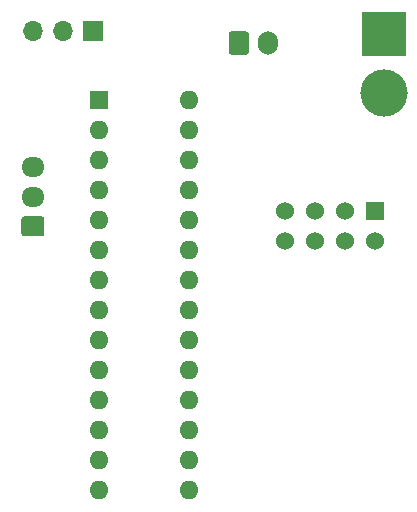
<source format=gbr>
G04 #@! TF.GenerationSoftware,KiCad,Pcbnew,5.1.6-c6e7f7d~87~ubuntu20.04.1*
G04 #@! TF.CreationDate,2020-11-08T20:48:53+01:00*
G04 #@! TF.ProjectId,soil_humidity_module,736f696c-5f68-4756-9d69-646974795f6d,rev?*
G04 #@! TF.SameCoordinates,Original*
G04 #@! TF.FileFunction,Soldermask,Bot*
G04 #@! TF.FilePolarity,Negative*
%FSLAX46Y46*%
G04 Gerber Fmt 4.6, Leading zero omitted, Abs format (unit mm)*
G04 Created by KiCad (PCBNEW 5.1.6-c6e7f7d~87~ubuntu20.04.1) date 2020-11-08 20:48:53*
%MOMM*%
%LPD*%
G01*
G04 APERTURE LIST*
%ADD10C,1.524000*%
%ADD11R,1.524000X1.524000*%
%ADD12O,1.700000X2.000000*%
%ADD13O,1.950000X1.700000*%
%ADD14R,3.800000X3.800000*%
%ADD15C,4.000000*%
%ADD16R,1.700000X1.700000*%
%ADD17O,1.700000X1.700000*%
%ADD18R,1.600000X1.600000*%
%ADD19O,1.600000X1.600000*%
G04 APERTURE END LIST*
D10*
X161544000Y-105156000D03*
X161544000Y-102616000D03*
X164084000Y-105156000D03*
X164084000Y-102616000D03*
X166624000Y-105156000D03*
X166624000Y-102616000D03*
X169164000Y-105156000D03*
D11*
X169164000Y-102616000D03*
D12*
X160132400Y-88366600D03*
G36*
G01*
X156782400Y-89116600D02*
X156782400Y-87616600D01*
G75*
G02*
X157032400Y-87366600I250000J0D01*
G01*
X158232400Y-87366600D01*
G75*
G02*
X158482400Y-87616600I0J-250000D01*
G01*
X158482400Y-89116600D01*
G75*
G02*
X158232400Y-89366600I-250000J0D01*
G01*
X157032400Y-89366600D01*
G75*
G02*
X156782400Y-89116600I0J250000D01*
G01*
G37*
D13*
X140208000Y-98886000D03*
X140208000Y-101386000D03*
G36*
G01*
X140933000Y-104736000D02*
X139483000Y-104736000D01*
G75*
G02*
X139233000Y-104486000I0J250000D01*
G01*
X139233000Y-103286000D01*
G75*
G02*
X139483000Y-103036000I250000J0D01*
G01*
X140933000Y-103036000D01*
G75*
G02*
X141183000Y-103286000I0J-250000D01*
G01*
X141183000Y-104486000D01*
G75*
G02*
X140933000Y-104736000I-250000J0D01*
G01*
G37*
D14*
X169926000Y-87630000D03*
D15*
X169926000Y-92630000D03*
D16*
X145288000Y-87376000D03*
D17*
X142748000Y-87376000D03*
X140208000Y-87376000D03*
D18*
X145796000Y-93218000D03*
D19*
X153416000Y-126238000D03*
X145796000Y-95758000D03*
X153416000Y-123698000D03*
X145796000Y-98298000D03*
X153416000Y-121158000D03*
X145796000Y-100838000D03*
X153416000Y-118618000D03*
X145796000Y-103378000D03*
X153416000Y-116078000D03*
X145796000Y-105918000D03*
X153416000Y-113538000D03*
X145796000Y-108458000D03*
X153416000Y-110998000D03*
X145796000Y-110998000D03*
X153416000Y-108458000D03*
X145796000Y-113538000D03*
X153416000Y-105918000D03*
X145796000Y-116078000D03*
X153416000Y-103378000D03*
X145796000Y-118618000D03*
X153416000Y-100838000D03*
X145796000Y-121158000D03*
X153416000Y-98298000D03*
X145796000Y-123698000D03*
X153416000Y-95758000D03*
X145796000Y-126238000D03*
X153416000Y-93218000D03*
M02*

</source>
